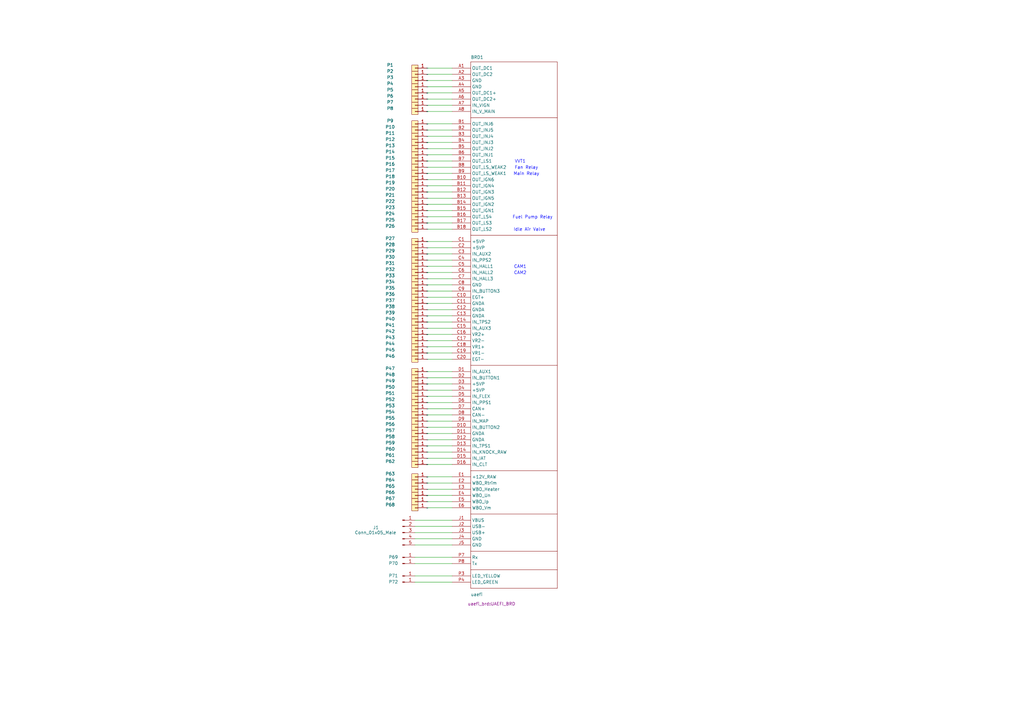
<source format=kicad_sch>
(kicad_sch (version 20230121) (generator eeschema)
  (paper "A3")
  (title_block (title "VR MAX9924 module") (date "2023-07-25") (rev "0.1"))
  (lib_symbols
    (symbol "Connector:Conn_01x01_Pin" (pin_names (offset 1.016) hide)
      (property "Reference" "J" (at 0 2.54 0))
      (property "Value" "Conn_01x01_Pin" (at 0 -2.54 0))
      (symbol "Conn_01x01_Pin_1_1"
        (polyline (pts (xy 1.27 0) (xy 0.8636 0)) (stroke (width 0.1524)))
        (rectangle (start 0.8636 0.127) (end 0 -0.127) (stroke (width 0.1524)) (fill (type outline)))
        (pin passive line (at 5.08 0 180) (length 3.81) (name "Pin_1") (number "1"))
      )
    )
    (symbol "Connector:Conn_01x05_Male" (pin_names (offset 1.016) hide)
      (property "Reference" "J" (at 0 7.62 0))
      (property "Value" "Conn_01x05_Male" (at 0 -7.62 0))
      (symbol "Conn_01x05_Male_1_1"
        (polyline (pts (xy 1.27 -5.08) (xy 0.8636 -5.08)) (stroke (width 0.1524)))
        (polyline (pts (xy 1.27 -2.54) (xy 0.8636 -2.54)) (stroke (width 0.1524)))
        (polyline (pts (xy 1.27 0) (xy 0.8636 0)) (stroke (width 0.1524)))
        (polyline (pts (xy 1.27 2.54) (xy 0.8636 2.54)) (stroke (width 0.1524)))
        (polyline (pts (xy 1.27 5.08) (xy 0.8636 5.08)) (stroke (width 0.1524)))
        (rectangle (start 0.8636 -4.953) (end 0 -5.207) (stroke (width 0.1524)) (fill (type outline)))
        (rectangle (start 0.8636 -2.413) (end 0 -2.667) (stroke (width 0.1524)) (fill (type outline)))
        (rectangle (start 0.8636 0.127) (end 0 -0.127) (stroke (width 0.1524)) (fill (type outline)))
        (rectangle (start 0.8636 2.667) (end 0 2.413) (stroke (width 0.1524)) (fill (type outline)))
        (rectangle (start 0.8636 5.207) (end 0 4.953) (stroke (width 0.1524)) (fill (type outline)))
        (pin passive line (at 5.08 5.08 180) (length 3.81) (name "Pin_1") (number "1"))
        (pin passive line (at 5.08 2.54 180) (length 3.81) (name "Pin_2") (number "2"))
        (pin passive line (at 5.08 0 180) (length 3.81) (name "Pin_3") (number "3"))
        (pin passive line (at 5.08 -2.54 180) (length 3.81) (name "Pin_4") (number "4"))
        (pin passive line (at 5.08 -5.08 180) (length 3.81) (name "Pin_5") (number "5"))
      )
    )
    (symbol "JST_con:JST_RT-01T-1.0B"
      (property "Reference" "P?" (at 0 3.81 0))
      (property "LCSC" "C265321" (at 1.397 -3.556 0))
      (symbol "JST_RT-01T-1.0B_1_1"
        (polyline (pts (xy 3.81 0.127) (xy 4.953 0.127) (xy 4.953 -0.127) (xy 3.81 -0.127)))
        (rectangle (start 3.81 1.27) (end 6.35 -1.27) (fill (type color) (color 255 246 180 1)))
        (pin input line (at 0 0 0) (length 3.81) (name "") (number "1"))
      )
    )
    (symbol "uaefi_brd:UAEFI_BRD"
      (property "Reference" "BRD?" (at 0 5.08 0))
      (property "Value" "uaefi" (at -17.78 -220.98 0))
      (property "Footprint" "uaefi_brd:UAEFI_BRD" (at -10.16 -218.44 0))
      (symbol "UAEFI_BRD_0_1"
        (polyline (pts (xy 7.62 -205.74) (xy 43.18 -205.74)))
        (polyline (pts (xy 7.62 -198.12) (xy 43.18 -198.12)))
        (polyline (pts (xy 7.62 -182.88) (xy 43.18 -182.88)))
        (polyline (pts (xy 7.62 -165.1) (xy 43.18 -165.1)))
        (polyline (pts (xy 7.62 -121.92) (xy 43.18 -121.92)))
        (polyline (pts (xy 7.62 -68.58) (xy 43.18 -68.58)))
        (polyline (pts (xy 7.62 -20.32) (xy 43.18 -20.32)))
        (rectangle (start 7.62 2.54) (end 43.18 -213.36))
      )
      (symbol "UAEFI_BRD_1_0"
        (pin passive line (at 0 -106.68 0) (length 7.62) (name "IN_AUX3") (number "C15"))
        (pin passive line (at 0 -109.22 0) (length 7.62) (name "VR2+") (number "C16"))
        (pin passive line (at 0 -111.76 0) (length 7.62) (name "VR2-") (number "C17"))
        (pin passive line (at 0 -114.3 0) (length 7.62) (name "VR1+") (number "C18"))
        (pin passive line (at 0 -116.84 0) (length 7.62) (name "VR1-") (number "C19"))
        (pin passive line (at 0 -119.38 0) (length 7.62) (name "EGT-") (number "C20"))
        (pin passive line (at 0 -124.46 0) (length 7.62) (name "IN_AUX1") (number "D1"))
        (pin passive line (at 0 -147.32 0) (length 7.62) (name "IN_BUTTON2") (number "D10"))
        (pin passive line (at 0 -149.86 0) (length 7.62) (name "GNDA") (number "D11"))
        (pin passive line (at 0 -152.4 0) (length 7.62) (name "GNDA") (number "D12"))
        (pin passive line (at 0 -154.94 0) (length 7.62) (name "IN_TPS1") (number "D13"))
        (pin passive line (at 0 -157.48 0) (length 7.62) (name "IN_KNOCK_RAW") (number "D14"))
        (pin passive line (at 0 -160.02 0) (length 7.62) (name "IN_IAT") (number "D15"))
        (pin passive line (at 0 -162.56 0) (length 7.62) (name "IN_CLT") (number "D16"))
        (pin passive line (at 0 -127 0) (length 7.62) (name "IN_BUTTON1") (number "D2"))
        (pin passive line (at 0 -129.54 0) (length 7.62) (name "+5VP") (number "D3"))
        (pin passive line (at 0 -132.08 0) (length 7.62) (name "+5VP") (number "D4"))
        (pin passive line (at 0 -134.62 0) (length 7.62) (name "IN_FLEX") (number "D5"))
        (pin passive line (at 0 -137.16 0) (length 7.62) (name "IN_PPS1") (number "D6"))
        (pin passive line (at 0 -139.7 0) (length 7.62) (name "CAN+") (number "D7"))
        (pin passive line (at 0 -142.24 0) (length 7.62) (name "CAN-") (number "D8"))
        (pin passive line (at 0 -144.78 0) (length 7.62) (name "IN_MAP") (number "D9"))
        (pin passive line (at 0 -167.64 0) (length 7.62) (name "+12V_RAW") (number "E1"))
        (pin passive line (at 0 -170.18 0) (length 7.62) (name "WBO_Rtrim") (number "E2"))
        (pin passive line (at 0 -172.72 0) (length 7.62) (name "WBO_Heater") (number "E3"))
        (pin passive line (at 0 -175.26 0) (length 7.62) (name "WBO_Un") (number "E4"))
        (pin passive line (at 0 -177.8 0) (length 7.62) (name "WBO_Ip") (number "E5"))
        (pin passive line (at 0 -180.34 0) (length 7.62) (name "WBO_Vm") (number "E6"))
        (pin passive line (at 0 -185.42 0) (length 7.62) (name "VBUS") (number "J1"))
        (pin passive line (at 0 -187.96 0) (length 7.62) (name "USB-") (number "J2"))
        (pin passive line (at 0 -190.5 0) (length 7.62) (name "USB+") (number "J3"))
        (pin passive line (at 0 -193.04 0) (length 7.62) (name "GND") (number "J4"))
        (pin passive line (at 0 -195.58 0) (length 7.62) (name "GND") (number "J5"))
        (pin passive line (at 0 -208.28 0) (length 7.62) (name "LED_YELLOW") (number "P3"))
        (pin passive line (at 0 -210.82 0) (length 7.62) (name "LED_GREEN") (number "P4"))
        (pin passive line (at 0 -200.66 0) (length 7.62) (name "Rx") (number "P7"))
        (pin passive line (at 0 -203.2 0) (length 7.62) (name "Tx") (number "P8"))
      )
      (symbol "UAEFI_BRD_1_1"
        (text "CAM1" (at 27.94 -81.28 0) (effects (font (size 1.27 1.27))))
        (text "CAM2" (at 27.94 -83.82 0) (effects (font (size 1.27 1.27))))
        (text "Fan Relay" (at 30.48 -40.64 0) (effects (font (size 1.27 1.27))))
        (text "Fuel Pump Relay" (at 33.02 -60.96 0) (effects (font (size 1.27 1.27))))
        (text "Idle Air Valve" (at 31.75 -66.04 0) (effects (font (size 1.27 1.27))))
        (text "Main Relay" (at 30.48 -43.18 0) (effects (font (size 1.27 1.27))))
        (text "VVT1" (at 27.94 -38.1 0) (effects (font (size 1.27 1.27))))
        (pin passive line (at 0 0 0) (length 7.62) (name "OUT_DC1") (number "A1"))
        (pin passive line (at 0 -2.54 0) (length 7.62) (name "OUT_DC2") (number "A2"))
        (pin passive line (at 0 -5.08 0) (length 7.62) (name "GND") (number "A3"))
        (pin passive line (at 0 -7.62 0) (length 7.62) (name "GND") (number "A4"))
        (pin passive line (at 0 -10.16 0) (length 7.62) (name "OUT_DC1+") (number "A5"))
        (pin passive line (at 0 -12.7 0) (length 7.62) (name "OUT_DC2+") (number "A6"))
        (pin passive line (at 0 -15.24 0) (length 7.62) (name "IN_VIGN") (number "A7"))
        (pin passive line (at 0 -17.78 0) (length 7.62) (name "IN_V_MAIN") (number "A8"))
        (pin passive line (at 0 -22.86 0) (length 7.62) (name "OUT_INJ6") (number "B1"))
        (pin passive line (at 0 -45.72 0) (length 7.62) (name "OUT_IGN6") (number "B10"))
        (pin passive line (at 0 -48.26 0) (length 7.62) (name "OUT_IGN4") (number "B11"))
        (pin passive line (at 0 -50.8 0) (length 7.62) (name "OUT_IGN3") (number "B12"))
        (pin passive line (at 0 -53.34 0) (length 7.62) (name "OUT_IGN5") (number "B13"))
        (pin passive line (at 0 -55.88 0) (length 7.62) (name "OUT_IGN2") (number "B14"))
        (pin passive line (at 0 -58.42 0) (length 7.62) (name "OUT_IGN1") (number "B15"))
        (pin passive line (at 0 -60.96 0) (length 7.62) (name "OUT_LS4") (number "B16"))
        (pin passive line (at 0 -63.5 0) (length 7.62) (name "OUT_LS3") (number "B17"))
        (pin passive line (at 0 -66.04 0) (length 7.62) (name "OUT_LS2") (number "B18"))
        (pin passive line (at 0 -25.4 0) (length 7.62) (name "OUT_INJ5") (number "B2"))
        (pin passive line (at 0 -27.94 0) (length 7.62) (name "OUT_INJ4") (number "B3"))
        (pin passive line (at 0 -30.48 0) (length 7.62) (name "OUT_INJ3") (number "B4"))
        (pin passive line (at 0 -33.02 0) (length 7.62) (name "OUT_INJ2") (number "B5"))
        (pin passive line (at 0 -35.56 0) (length 7.62) (name "OUT_INJ1") (number "B6"))
        (pin passive line (at 0 -38.1 0) (length 7.62) (name "OUT_LS1") (number "B7"))
        (pin passive line (at 0 -40.64 0) (length 7.62) (name "OUT_LS_WEAK2") (number "B8"))
        (pin passive line (at 0 -43.18 0) (length 7.62) (name "OUT_LS_WEAK1") (number "B9"))
        (pin passive line (at 0 -71.12 0) (length 7.62) (name "+5VP") (number "C1"))
        (pin passive line (at 0 -93.98 0) (length 7.62) (name "EGT+") (number "C10"))
        (pin passive line (at 0 -96.52 0) (length 7.62) (name "GNDA") (number "C11"))
        (pin passive line (at 0 -99.06 0) (length 7.62) (name "GNDA") (number "C12"))
        (pin passive line (at 0 -101.6 0) (length 7.62) (name "GNDA") (number "C13"))
        (pin passive line (at 0 -104.14 0) (length 7.62) (name "IN_TPS2") (number "C14"))
        (pin passive line (at 0 -73.66 0) (length 7.62) (name "+5VP") (number "C2"))
        (pin passive line (at 0 -76.2 0) (length 7.62) (name "IN_AUX2") (number "C3"))
        (pin passive line (at 0 -78.74 0) (length 7.62) (name "IN_PPS2") (number "C4"))
        (pin passive line (at 0 -81.28 0) (length 7.62) (name "IN_HALL1") (number "C5"))
        (pin passive line (at 0 -83.82 0) (length 7.62) (name "IN_HALL2") (number "C6"))
        (pin passive line (at 0 -86.36 0) (length 7.62) (name "IN_HALL3") (number "C7"))
        (pin passive line (at 0 -88.9 0) (length 7.62) (name "GND") (number "C8"))
        (pin passive line (at 0 -91.44 0) (length 7.62) (name "IN_BUTTON3") (number "C9"))
      )
    )
  )
  (wire (pts (xy 170.18 220.98) (xy 185.42 220.98)))
  (wire (pts (xy 175.26 88.9) (xy 185.42 88.9)))
  (wire (pts (xy 175.26 205.74) (xy 185.42 205.74)))
  (wire (pts (xy 175.26 114.3) (xy 185.42 114.3)))
  (wire (pts (xy 175.26 132.08) (xy 185.42 132.08)))
  (wire (pts (xy 175.26 137.16) (xy 185.42 137.16)))
  (wire (pts (xy 175.26 78.74) (xy 185.42 78.74)))
  (wire (pts (xy 175.26 154.94) (xy 185.42 154.94)))
  (wire (pts (xy 175.26 60.96) (xy 185.42 60.96)))
  (wire (pts (xy 175.26 190.5) (xy 185.42 190.5)))
  (wire (pts (xy 170.18 238.76) (xy 185.42 238.76)))
  (wire (pts (xy 175.26 134.62) (xy 185.42 134.62)))
  (wire (pts (xy 170.18 213.36) (xy 185.42 213.36)))
  (wire (pts (xy 175.26 127) (xy 185.42 127)))
  (wire (pts (xy 175.26 93.98) (xy 185.42 93.98)))
  (wire (pts (xy 175.26 208.28) (xy 185.42 208.28)))
  (wire (pts (xy 175.26 38.1) (xy 185.42 38.1)))
  (wire (pts (xy 175.26 200.66) (xy 185.42 200.66)))
  (wire (pts (xy 175.26 187.96) (xy 185.42 187.96)))
  (wire (pts (xy 175.26 177.8) (xy 185.42 177.8)))
  (wire (pts (xy 175.26 116.84) (xy 185.42 116.84)))
  (wire (pts (xy 175.26 198.12) (xy 185.42 198.12)))
  (wire (pts (xy 170.18 215.9) (xy 185.42 215.9)))
  (wire (pts (xy 175.26 203.2) (xy 185.42 203.2)))
  (wire (pts (xy 175.26 71.12) (xy 185.42 71.12)))
  (wire (pts (xy 175.26 172.72) (xy 185.42 172.72)))
  (wire (pts (xy 175.26 157.48) (xy 185.42 157.48)))
  (wire (pts (xy 175.26 33.02) (xy 185.42 33.02)))
  (wire (pts (xy 175.26 180.34) (xy 185.42 180.34)))
  (wire (pts (xy 175.26 129.54) (xy 185.42 129.54)))
  (wire (pts (xy 175.26 142.24) (xy 185.42 142.24)))
  (wire (pts (xy 175.26 124.46) (xy 185.42 124.46)))
  (wire (pts (xy 175.26 45.72) (xy 185.42 45.72)))
  (wire (pts (xy 175.26 63.5) (xy 185.42 63.5)))
  (wire (pts (xy 175.26 152.4) (xy 185.42 152.4)))
  (wire (pts (xy 175.26 104.14) (xy 185.42 104.14)))
  (wire (pts (xy 175.26 43.18) (xy 185.42 43.18)))
  (wire (pts (xy 175.26 195.58) (xy 185.42 195.58)))
  (wire (pts (xy 175.26 66.04) (xy 185.42 66.04)))
  (wire (pts (xy 170.18 228.6) (xy 185.42 228.6)))
  (wire (pts (xy 175.26 167.64) (xy 185.42 167.64)))
  (wire (pts (xy 175.26 111.76) (xy 185.42 111.76)))
  (wire (pts (xy 175.26 35.56) (xy 185.42 35.56)))
  (wire (pts (xy 175.26 73.66) (xy 185.42 73.66)))
  (wire (pts (xy 175.26 86.36) (xy 185.42 86.36)))
  (wire (pts (xy 175.26 185.42) (xy 185.42 185.42)))
  (wire (pts (xy 175.26 76.2) (xy 185.42 76.2)))
  (wire (pts (xy 175.26 139.7) (xy 185.42 139.7)))
  (wire (pts (xy 175.26 121.92) (xy 185.42 121.92)))
  (wire (pts (xy 175.26 55.88) (xy 185.42 55.88)))
  (wire (pts (xy 175.26 40.64) (xy 185.42 40.64)))
  (wire (pts (xy 175.26 58.42) (xy 185.42 58.42)))
  (wire (pts (xy 175.26 160.02) (xy 185.42 160.02)))
  (wire (pts (xy 175.26 144.78) (xy 185.42 144.78)))
  (wire (pts (xy 175.26 27.94) (xy 185.42 27.94)))
  (wire (pts (xy 175.26 68.58) (xy 185.42 68.58)))
  (wire (pts (xy 170.18 218.44) (xy 185.42 218.44)))
  (wire (pts (xy 175.26 170.18) (xy 185.42 170.18)))
  (wire (pts (xy 175.26 175.26) (xy 185.42 175.26)))
  (wire (pts (xy 175.26 99.06) (xy 185.42 99.06)))
  (wire (pts (xy 175.26 106.68) (xy 185.42 106.68)))
  (wire (pts (xy 170.18 223.52) (xy 185.42 223.52)))
  (wire (pts (xy 175.26 119.38) (xy 185.42 119.38)))
  (wire (pts (xy 175.26 147.32) (xy 185.42 147.32)))
  (wire (pts (xy 175.26 162.56) (xy 185.42 162.56)))
  (wire (pts (xy 175.26 101.6) (xy 185.42 101.6)))
  (wire (pts (xy 175.26 50.8) (xy 185.42 50.8)))
  (wire (pts (xy 175.26 182.88) (xy 185.42 182.88)))
  (wire (pts (xy 175.26 83.82) (xy 185.42 83.82)))
  (wire (pts (xy 170.18 236.22) (xy 185.42 236.22)))
  (wire (pts (xy 170.18 231.14) (xy 185.42 231.14)))
  (wire (pts (xy 175.26 81.28) (xy 185.42 81.28)))
  (wire (pts (xy 175.26 53.34) (xy 185.42 53.34)))
  (wire (pts (xy 175.26 109.22) (xy 185.42 109.22)))
  (wire (pts (xy 175.26 30.48) (xy 185.42 30.48)))
  (wire (pts (xy 175.26 165.1) (xy 185.42 165.1)))
  (wire (pts (xy 175.26 91.44) (xy 185.42 91.44)))
  (symbol (lib_id "JST_con:JST_RT-01T-1.0B") (at 175.26 93.98 180) (unit 1)
    (property "Reference" "P26" (at 160.02 92.71 0))
    (property "Value" "~" (at 175.26 93.98 0))
    (property "Footprint" "JST-con:JST RT-01T-1.0B" (effects hide))
    (property "Datasheet" "https://www.lcsc.com/product-detail/Connector-Accessories_JST-RT-01T-1-0B-LF_C265321.html" (effects hide))
    (property "LCSC" "C265321" (effects hide))
  )
  (symbol (lib_id "JST_con:JST_RT-01T-1.0B") (at 175.26 185.42 180) (unit 1)
    (property "Reference" "P60" (at 160.02 184.15 0))
    (property "Value" "~" (at 175.26 185.42 0))
    (property "Footprint" "JST-con:JST RT-01T-1.0B" (effects hide))
    (property "Datasheet" "https://www.lcsc.com/product-detail/Connector-Accessories_JST-RT-01T-1-0B-LF_C265321.html" (effects hide))
    (property "LCSC" "C265321" (effects hide))
  )
  (symbol (lib_id "JST_con:JST_RT-01T-1.0B") (at 175.26 152.4 180) (unit 1)
    (property "Reference" "P47" (at 160.02 151.13 0))
    (property "Value" "~" (at 175.26 152.4 0))
    (property "Footprint" "JST-con:JST RT-01T-1.0B" (effects hide))
    (property "Datasheet" "https://www.lcsc.com/product-detail/Connector-Accessories_JST-RT-01T-1-0B-LF_C265321.html" (effects hide))
    (property "LCSC" "C265321" (effects hide))
  )
  (symbol (lib_id "JST_con:JST_RT-01T-1.0B") (at 175.26 200.66 180) (unit 1)
    (property "Reference" "P65" (at 160.02 199.39 0))
    (property "Value" "~" (at 175.26 200.66 0))
    (property "Footprint" "JST-con:JST RT-01T-1.0B" (effects hide))
    (property "Datasheet" "https://www.lcsc.com/product-detail/Connector-Accessories_JST-RT-01T-1-0B-LF_C265321.html" (effects hide))
    (property "LCSC" "C265321" (effects hide))
  )
  (symbol (lib_id "JST_con:JST_RT-01T-1.0B") (at 175.26 30.48 180) (unit 1)
    (property "Reference" "P2" (at 160.02 29.21 0))
    (property "Value" "~" (at 175.26 30.48 0))
    (property "Footprint" "JST-con:JST RT-01T-1.0B" (effects hide))
    (property "Datasheet" "https://www.lcsc.com/product-detail/Connector-Accessories_JST-RT-01T-1-0B-LF_C265321.html" (effects hide))
    (property "LCSC" "C265321" (effects hide))
  )
  (symbol (lib_id "JST_con:JST_RT-01T-1.0B") (at 175.26 154.94 180) (unit 1)
    (property "Reference" "P48" (at 160.02 153.67 0))
    (property "Value" "~" (at 175.26 154.94 0))
    (property "Footprint" "JST-con:JST RT-01T-1.0B" (effects hide))
    (property "Datasheet" "https://www.lcsc.com/product-detail/Connector-Accessories_JST-RT-01T-1-0B-LF_C265321.html" (effects hide))
    (property "LCSC" "C265321" (effects hide))
  )
  (symbol (lib_id "Connector:Conn_01x05_Male") (at 165.1 218.44 0) (unit 1)
    (property "Reference" "J1" (at 155.3751 216.3777 0) (effects (justify right)))
    (property "Value" "Conn_01x05_Male" (at 162.56 218.44 0) (effects (justify right)))
    (property "Footprint" "Connector_Molex:Molex_SPOX_5267-05A_1x05_P2.50mm_Vertical" (effects hide))
  )
  (symbol (lib_id "JST_con:JST_RT-01T-1.0B") (at 175.26 205.74 180) (unit 1)
    (property "Reference" "P67" (at 160.02 204.47 0))
    (property "Value" "~" (at 175.26 205.74 0))
    (property "Footprint" "JST-con:JST RT-01T-1.0B" (effects hide))
    (property "Datasheet" "https://www.lcsc.com/product-detail/Connector-Accessories_JST-RT-01T-1-0B-LF_C265321.html" (effects hide))
    (property "LCSC" "C265321" (effects hide))
  )
  (symbol (lib_id "JST_con:JST_RT-01T-1.0B") (at 175.26 66.04 180) (unit 1)
    (property "Reference" "P15" (at 160.02 64.77 0))
    (property "Value" "~" (at 175.26 66.04 0))
    (property "Footprint" "JST-con:JST RT-01T-1.0B" (effects hide))
    (property "Datasheet" "https://www.lcsc.com/product-detail/Connector-Accessories_JST-RT-01T-1-0B-LF_C265321.html" (effects hide))
    (property "LCSC" "C265321" (effects hide))
  )
  (symbol (lib_id "JST_con:JST_RT-01T-1.0B") (at 175.26 91.44 180) (unit 1)
    (property "Reference" "P25" (at 160.02 90.17 0))
    (property "Value" "~" (at 175.26 91.44 0))
    (property "Footprint" "JST-con:JST RT-01T-1.0B" (effects hide))
    (property "Datasheet" "https://www.lcsc.com/product-detail/Connector-Accessories_JST-RT-01T-1-0B-LF_C265321.html" (effects hide))
    (property "LCSC" "C265321" (effects hide))
  )
  (symbol (lib_id "JST_con:JST_RT-01T-1.0B") (at 175.26 43.18 180) (unit 1)
    (property "Reference" "P7" (at 160.02 41.91 0))
    (property "Value" "~" (at 175.26 43.18 0))
    (property "Footprint" "JST-con:JST RT-01T-1.0B" (effects hide))
    (property "Datasheet" "https://www.lcsc.com/product-detail/Connector-Accessories_JST-RT-01T-1-0B-LF_C265321.html" (effects hide))
    (property "LCSC" "C265321" (effects hide))
  )
  (symbol (lib_id "JST_con:JST_RT-01T-1.0B") (at 175.26 40.64 180) (unit 1)
    (property "Reference" "P6" (at 160.02 39.37 0))
    (property "Value" "~" (at 175.26 40.64 0))
    (property "Footprint" "JST-con:JST RT-01T-1.0B" (effects hide))
    (property "Datasheet" "https://www.lcsc.com/product-detail/Connector-Accessories_JST-RT-01T-1-0B-LF_C265321.html" (effects hide))
    (property "LCSC" "C265321" (effects hide))
  )
  (symbol (lib_id "Connector:Conn_01x01_Pin") (at 165.1 228.6 0) (unit 1)
    (property "Reference" "P69" (at 161.3212 228.4974 0))
    (property "Value" "Conn_01x01_Pin" (effects hide))
    (property "Footprint" "Connector_Pin:Pin_D1.0mm_L10.0mm_LooseFit" (effects hide))
  )
  (symbol (lib_id "JST_con:JST_RT-01T-1.0B") (at 175.26 71.12 180) (unit 1)
    (property "Reference" "P17" (at 160.02 69.85 0))
    (property "Value" "~" (at 175.26 71.12 0))
    (property "Footprint" "JST-con:JST RT-01T-1.0B" (effects hide))
    (property "Datasheet" "https://www.lcsc.com/product-detail/Connector-Accessories_JST-RT-01T-1-0B-LF_C265321.html" (effects hide))
    (property "LCSC" "C265321" (effects hide))
  )
  (symbol (lib_id "JST_con:JST_RT-01T-1.0B") (at 175.26 78.74 180) (unit 1)
    (property "Reference" "P20" (at 160.02 77.47 0))
    (property "Value" "~" (at 175.26 78.74 0))
    (property "Footprint" "JST-con:JST RT-01T-1.0B" (effects hide))
    (property "Datasheet" "https://www.lcsc.com/product-detail/Connector-Accessories_JST-RT-01T-1-0B-LF_C265321.html" (effects hide))
    (property "LCSC" "C265321" (effects hide))
  )
  (symbol (lib_id "JST_con:JST_RT-01T-1.0B") (at 175.26 139.7 180) (unit 1)
    (property "Reference" "P43" (at 160.02 138.43 0))
    (property "Value" "~" (at 175.26 139.7 0))
    (property "Footprint" "JST-con:JST RT-01T-1.0B" (effects hide))
    (property "Datasheet" "https://www.lcsc.com/product-detail/Connector-Accessories_JST-RT-01T-1-0B-LF_C265321.html" (effects hide))
    (property "LCSC" "C265321" (effects hide))
  )
  (symbol (lib_id "JST_con:JST_RT-01T-1.0B") (at 175.26 137.16 180) (unit 1)
    (property "Reference" "P42" (at 160.02 135.89 0))
    (property "Value" "~" (at 175.26 137.16 0))
    (property "Footprint" "JST-con:JST RT-01T-1.0B" (effects hide))
    (property "Datasheet" "https://www.lcsc.com/product-detail/Connector-Accessories_JST-RT-01T-1-0B-LF_C265321.html" (effects hide))
    (property "LCSC" "C265321" (effects hide))
  )
  (symbol (lib_id "JST_con:JST_RT-01T-1.0B") (at 175.26 132.08 180) (unit 1)
    (property "Reference" "P40" (at 160.02 130.81 0))
    (property "Value" "~" (at 175.26 132.08 0))
    (property "Footprint" "JST-con:JST RT-01T-1.0B" (effects hide))
    (property "Datasheet" "https://www.lcsc.com/product-detail/Connector-Accessories_JST-RT-01T-1-0B-LF_C265321.html" (effects hide))
    (property "LCSC" "C265321" (effects hide))
  )
  (symbol (lib_id "JST_con:JST_RT-01T-1.0B") (at 175.26 50.8 180) (unit 1)
    (property "Reference" "P9" (at 160.02 49.53 0))
    (property "Value" "~" (at 175.26 50.8 0))
    (property "Footprint" "JST-con:JST RT-01T-1.0B" (effects hide))
    (property "Datasheet" "https://www.lcsc.com/product-detail/Connector-Accessories_JST-RT-01T-1-0B-LF_C265321.html" (effects hide))
    (property "LCSC" "C265321" (effects hide))
  )
  (symbol (lib_id "JST_con:JST_RT-01T-1.0B") (at 175.26 162.56 180) (unit 1)
    (property "Reference" "P51" (at 160.02 161.29 0))
    (property "Value" "~" (at 175.26 162.56 0))
    (property "Footprint" "JST-con:JST RT-01T-1.0B" (effects hide))
    (property "Datasheet" "https://www.lcsc.com/product-detail/Connector-Accessories_JST-RT-01T-1-0B-LF_C265321.html" (effects hide))
    (property "LCSC" "C265321" (effects hide))
  )
  (symbol (lib_id "JST_con:JST_RT-01T-1.0B") (at 175.26 182.88 180) (unit 1)
    (property "Reference" "P59" (at 160.02 181.61 0))
    (property "Value" "~" (at 175.26 182.88 0))
    (property "Footprint" "JST-con:JST RT-01T-1.0B" (effects hide))
    (property "Datasheet" "https://www.lcsc.com/product-detail/Connector-Accessories_JST-RT-01T-1-0B-LF_C265321.html" (effects hide))
    (property "LCSC" "C265321" (effects hide))
  )
  (symbol (lib_id "JST_con:JST_RT-01T-1.0B") (at 175.26 101.6 180) (unit 1)
    (property "Reference" "P28" (at 160.02 100.33 0))
    (property "Value" "~" (at 175.26 101.6 0))
    (property "Footprint" "JST-con:JST RT-01T-1.0B" (effects hide))
    (property "Datasheet" "https://www.lcsc.com/product-detail/Connector-Accessories_JST-RT-01T-1-0B-LF_C265321.html" (effects hide))
    (property "LCSC" "C265321" (effects hide))
  )
  (symbol (lib_id "JST_con:JST_RT-01T-1.0B") (at 175.26 58.42 180) (unit 1)
    (property "Reference" "P12" (at 160.02 57.15 0))
    (property "Value" "~" (at 175.26 58.42 0))
    (property "Footprint" "JST-con:JST RT-01T-1.0B" (effects hide))
    (property "Datasheet" "https://www.lcsc.com/product-detail/Connector-Accessories_JST-RT-01T-1-0B-LF_C265321.html" (effects hide))
    (property "LCSC" "C265321" (effects hide))
  )
  (symbol (lib_id "JST_con:JST_RT-01T-1.0B") (at 175.26 208.28 180) (unit 1)
    (property "Reference" "P68" (at 160.02 207.01 0))
    (property "Value" "~" (at 175.26 208.28 0))
    (property "Footprint" "JST-con:JST RT-01T-1.0B" (effects hide))
    (property "Datasheet" "https://www.lcsc.com/product-detail/Connector-Accessories_JST-RT-01T-1-0B-LF_C265321.html" (effects hide))
    (property "LCSC" "C265321" (effects hide))
  )
  (symbol (lib_id "JST_con:JST_RT-01T-1.0B") (at 175.26 99.06 180) (unit 1)
    (property "Reference" "P27" (at 160.02 97.79 0))
    (property "Value" "~" (at 175.26 99.06 0))
    (property "Footprint" "JST-con:JST RT-01T-1.0B" (effects hide))
    (property "Datasheet" "https://www.lcsc.com/product-detail/Connector-Accessories_JST-RT-01T-1-0B-LF_C265321.html" (effects hide))
    (property "LCSC" "C265321" (effects hide))
  )
  (symbol (lib_id "JST_con:JST_RT-01T-1.0B") (at 175.26 127 180) (unit 1)
    (property "Reference" "P38" (at 160.02 125.73 0))
    (property "Value" "~" (at 175.26 127 0))
    (property "Footprint" "JST-con:JST RT-01T-1.0B" (effects hide))
    (property "Datasheet" "https://www.lcsc.com/product-detail/Connector-Accessories_JST-RT-01T-1-0B-LF_C265321.html" (effects hide))
    (property "LCSC" "C265321" (effects hide))
  )
  (symbol (lib_id "JST_con:JST_RT-01T-1.0B") (at 175.26 198.12 180) (unit 1)
    (property "Reference" "P64" (at 160.02 196.85 0))
    (property "Value" "~" (at 175.26 198.12 0))
    (property "Footprint" "JST-con:JST RT-01T-1.0B" (effects hide))
    (property "Datasheet" "https://www.lcsc.com/product-detail/Connector-Accessories_JST-RT-01T-1-0B-LF_C265321.html" (effects hide))
    (property "LCSC" "C265321" (effects hide))
  )
  (symbol (lib_id "JST_con:JST_RT-01T-1.0B") (at 175.26 35.56 180) (unit 1)
    (property "Reference" "P4" (at 160.02 34.29 0))
    (property "Value" "~" (at 175.26 35.56 0))
    (property "Footprint" "JST-con:JST RT-01T-1.0B" (effects hide))
    (property "Datasheet" "https://www.lcsc.com/product-detail/Connector-Accessories_JST-RT-01T-1-0B-LF_C265321.html" (effects hide))
    (property "LCSC" "C265321" (effects hide))
  )
  (symbol (lib_id "JST_con:JST_RT-01T-1.0B") (at 175.26 116.84 180) (unit 1)
    (property "Reference" "P34" (at 160.02 115.57 0))
    (property "Value" "~" (at 175.26 116.84 0))
    (property "Footprint" "JST-con:JST RT-01T-1.0B" (effects hide))
    (property "Datasheet" "https://www.lcsc.com/product-detail/Connector-Accessories_JST-RT-01T-1-0B-LF_C265321.html" (effects hide))
    (property "LCSC" "C265321" (effects hide))
  )
  (symbol (lib_id "JST_con:JST_RT-01T-1.0B") (at 175.26 114.3 180) (unit 1)
    (property "Reference" "P33" (at 160.02 113.03 0))
    (property "Value" "~" (at 175.26 114.3 0))
    (property "Footprint" "JST-con:JST RT-01T-1.0B" (effects hide))
    (property "Datasheet" "https://www.lcsc.com/product-detail/Connector-Accessories_JST-RT-01T-1-0B-LF_C265321.html" (effects hide))
    (property "LCSC" "C265321" (effects hide))
  )
  (symbol (lib_id "Connector:Conn_01x01_Pin") (at 165.1 231.14 0) (unit 1)
    (property "Reference" "P70" (at 161.3212 231.0374 0))
    (property "Value" "Conn_01x01_Pin" (effects hide))
    (property "Footprint" "Connector_Pin:Pin_D1.0mm_L10.0mm_LooseFit" (effects hide))
  )
  (symbol (lib_id "JST_con:JST_RT-01T-1.0B") (at 175.26 157.48 180) (unit 1)
    (property "Reference" "P49" (at 160.02 156.21 0))
    (property "Value" "~" (at 175.26 157.48 0))
    (property "Footprint" "JST-con:JST RT-01T-1.0B" (effects hide))
    (property "Datasheet" "https://www.lcsc.com/product-detail/Connector-Accessories_JST-RT-01T-1-0B-LF_C265321.html" (effects hide))
    (property "LCSC" "C265321" (effects hide))
  )
  (symbol (lib_id "JST_con:JST_RT-01T-1.0B") (at 175.26 180.34 180) (unit 1)
    (property "Reference" "P58" (at 160.02 179.07 0))
    (property "Value" "~" (at 175.26 180.34 0))
    (property "Footprint" "JST-con:JST RT-01T-1.0B" (effects hide))
    (property "Datasheet" "https://www.lcsc.com/product-detail/Connector-Accessories_JST-RT-01T-1-0B-LF_C265321.html" (effects hide))
    (property "LCSC" "C265321" (effects hide))
  )
  (symbol (lib_id "JST_con:JST_RT-01T-1.0B") (at 175.26 119.38 180) (unit 1)
    (property "Reference" "P35" (at 160.02 118.11 0))
    (property "Value" "~" (at 175.26 119.38 0))
    (property "Footprint" "JST-con:JST RT-01T-1.0B" (effects hide))
    (property "Datasheet" "https://www.lcsc.com/product-detail/Connector-Accessories_JST-RT-01T-1-0B-LF_C265321.html" (effects hide))
    (property "LCSC" "C265321" (effects hide))
  )
  (symbol (lib_id "JST_con:JST_RT-01T-1.0B") (at 175.26 27.94 180) (unit 1)
    (property "Reference" "P1" (at 160.02 26.67 0))
    (property "Value" "~" (at 175.26 27.94 0))
    (property "Footprint" "JST-con:JST RT-01T-1.0B" (effects hide))
    (property "Datasheet" "https://www.lcsc.com/product-detail/Connector-Accessories_JST-RT-01T-1-0B-LF_C265321.html" (effects hide))
    (property "LCSC" "C265321" (effects hide))
  )
  (symbol (lib_id "JST_con:JST_RT-01T-1.0B") (at 175.26 175.26 180) (unit 1)
    (property "Reference" "P56" (at 160.02 173.99 0))
    (property "Value" "~" (at 175.26 175.26 0))
    (property "Footprint" "JST-con:JST RT-01T-1.0B" (effects hide))
    (property "Datasheet" "https://www.lcsc.com/product-detail/Connector-Accessories_JST-RT-01T-1-0B-LF_C265321.html" (effects hide))
    (property "LCSC" "C265321" (effects hide))
  )
  (symbol (lib_id "JST_con:JST_RT-01T-1.0B") (at 175.26 111.76 180) (unit 1)
    (property "Reference" "P32" (at 160.02 110.49 0))
    (property "Value" "~" (at 175.26 111.76 0))
    (property "Footprint" "JST-con:JST RT-01T-1.0B" (effects hide))
    (property "Datasheet" "https://www.lcsc.com/product-detail/Connector-Accessories_JST-RT-01T-1-0B-LF_C265321.html" (effects hide))
    (property "LCSC" "C265321" (effects hide))
  )
  (symbol (lib_id "Connector:Conn_01x01_Pin") (at 165.1 236.22 0) (unit 1)
    (property "Reference" "P71" (at 161.3212 236.1174 0))
    (property "Value" "Conn_01x01_Pin" (effects hide))
    (property "Footprint" "Connector_Pin:Pin_D1.0mm_L10.0mm_LooseFit" (effects hide))
  )
  (symbol (lib_id "JST_con:JST_RT-01T-1.0B") (at 175.26 190.5 180) (unit 1)
    (property "Reference" "P62" (at 160.02 189.23 0))
    (property "Value" "~" (at 175.26 190.5 0))
    (property "Footprint" "JST-con:JST RT-01T-1.0B" (effects hide))
    (property "Datasheet" "https://www.lcsc.com/product-detail/Connector-Accessories_JST-RT-01T-1-0B-LF_C265321.html" (effects hide))
    (property "LCSC" "C265321" (effects hide))
  )
  (symbol (lib_id "JST_con:JST_RT-01T-1.0B") (at 175.26 106.68 180) (unit 1)
    (property "Reference" "P30" (at 160.02 105.41 0))
    (property "Value" "~" (at 175.26 106.68 0))
    (property "Footprint" "JST-con:JST RT-01T-1.0B" (effects hide))
    (property "Datasheet" "https://www.lcsc.com/product-detail/Connector-Accessories_JST-RT-01T-1-0B-LF_C265321.html" (effects hide))
    (property "LCSC" "C265321" (effects hide))
  )
  (symbol (lib_id "JST_con:JST_RT-01T-1.0B") (at 175.26 129.54 180) (unit 1)
    (property "Reference" "P39" (at 160.02 128.27 0))
    (property "Value" "~" (at 175.26 129.54 0))
    (property "Footprint" "JST-con:JST RT-01T-1.0B" (effects hide))
    (property "Datasheet" "https://www.lcsc.com/product-detail/Connector-Accessories_JST-RT-01T-1-0B-LF_C265321.html" (effects hide))
    (property "LCSC" "C265321" (effects hide))
  )
  (symbol (lib_id "JST_con:JST_RT-01T-1.0B") (at 175.26 60.96 180) (unit 1)
    (property "Reference" "P13" (at 160.02 59.69 0))
    (property "Value" "~" (at 175.26 60.96 0))
    (property "Footprint" "JST-con:JST RT-01T-1.0B" (effects hide))
    (property "Datasheet" "https://www.lcsc.com/product-detail/Connector-Accessories_JST-RT-01T-1-0B-LF_C265321.html" (effects hide))
    (property "LCSC" "C265321" (effects hide))
  )
  (symbol (lib_id "JST_con:JST_RT-01T-1.0B") (at 175.26 68.58 180) (unit 1)
    (property "Reference" "P16" (at 160.02 67.31 0))
    (property "Value" "~" (at 175.26 68.58 0))
    (property "Footprint" "JST-con:JST RT-01T-1.0B" (effects hide))
    (property "Datasheet" "https://www.lcsc.com/product-detail/Connector-Accessories_JST-RT-01T-1-0B-LF_C265321.html" (effects hide))
    (property "LCSC" "C265321" (effects hide))
  )
  (symbol (lib_id "JST_con:JST_RT-01T-1.0B") (at 175.26 147.32 180) (unit 1)
    (property "Reference" "P46" (at 160.02 146.05 0))
    (property "Value" "~" (at 175.26 147.32 0))
    (property "Footprint" "JST-con:JST RT-01T-1.0B" (effects hide))
    (property "Datasheet" "https://www.lcsc.com/product-detail/Connector-Accessories_JST-RT-01T-1-0B-LF_C265321.html" (effects hide))
    (property "LCSC" "C265321" (effects hide))
  )
  (symbol (lib_id "JST_con:JST_RT-01T-1.0B") (at 175.26 124.46 180) (unit 1)
    (property "Reference" "P37" (at 160.02 123.19 0))
    (property "Value" "~" (at 175.26 124.46 0))
    (property "Footprint" "JST-con:JST RT-01T-1.0B" (effects hide))
    (property "Datasheet" "https://www.lcsc.com/product-detail/Connector-Accessories_JST-RT-01T-1-0B-LF_C265321.html" (effects hide))
    (property "LCSC" "C265321" (effects hide))
  )
  (symbol (lib_id "JST_con:JST_RT-01T-1.0B") (at 175.26 55.88 180) (unit 1)
    (property "Reference" "P11" (at 160.02 54.61 0))
    (property "Value" "~" (at 175.26 55.88 0))
    (property "Footprint" "JST-con:JST RT-01T-1.0B" (effects hide))
    (property "Datasheet" "https://www.lcsc.com/product-detail/Connector-Accessories_JST-RT-01T-1-0B-LF_C265321.html" (effects hide))
    (property "LCSC" "C265321" (effects hide))
  )
  (symbol (lib_id "JST_con:JST_RT-01T-1.0B") (at 175.26 203.2 180) (unit 1)
    (property "Reference" "P66" (at 160.02 201.93 0))
    (property "Value" "~" (at 175.26 203.2 0))
    (property "Footprint" "JST-con:JST RT-01T-1.0B" (effects hide))
    (property "Datasheet" "https://www.lcsc.com/product-detail/Connector-Accessories_JST-RT-01T-1-0B-LF_C265321.html" (effects hide))
    (property "LCSC" "C265321" (effects hide))
  )
  (symbol (lib_id "JST_con:JST_RT-01T-1.0B") (at 175.26 45.72 180) (unit 1)
    (property "Reference" "P8" (at 160.02 44.45 0))
    (property "Value" "~" (at 175.26 45.72 0))
    (property "Footprint" "JST-con:JST RT-01T-1.0B" (effects hide))
    (property "Datasheet" "https://www.lcsc.com/product-detail/Connector-Accessories_JST-RT-01T-1-0B-LF_C265321.html" (effects hide))
    (property "LCSC" "C265321" (effects hide))
  )
  (symbol (lib_id "JST_con:JST_RT-01T-1.0B") (at 175.26 104.14 180) (unit 1)
    (property "Reference" "P29" (at 160.02 102.87 0))
    (property "Value" "~" (at 175.26 104.14 0))
    (property "Footprint" "JST-con:JST RT-01T-1.0B" (effects hide))
    (property "Datasheet" "https://www.lcsc.com/product-detail/Connector-Accessories_JST-RT-01T-1-0B-LF_C265321.html" (effects hide))
    (property "LCSC" "C265321" (effects hide))
  )
  (symbol (lib_id "JST_con:JST_RT-01T-1.0B") (at 175.26 134.62 180) (unit 1)
    (property "Reference" "P41" (at 160.02 133.35 0))
    (property "Value" "~" (at 175.26 134.62 0))
    (property "Footprint" "JST-con:JST RT-01T-1.0B" (effects hide))
    (property "Datasheet" "https://www.lcsc.com/product-detail/Connector-Accessories_JST-RT-01T-1-0B-LF_C265321.html" (effects hide))
    (property "LCSC" "C265321" (effects hide))
  )
  (symbol (lib_id "JST_con:JST_RT-01T-1.0B") (at 175.26 73.66 180) (unit 1)
    (property "Reference" "P18" (at 160.02 72.39 0))
    (property "Value" "~" (at 175.26 73.66 0))
    (property "Footprint" "JST-con:JST RT-01T-1.0B" (effects hide))
    (property "Datasheet" "https://www.lcsc.com/product-detail/Connector-Accessories_JST-RT-01T-1-0B-LF_C265321.html" (effects hide))
    (property "LCSC" "C265321" (effects hide))
  )
  (symbol (lib_id "JST_con:JST_RT-01T-1.0B") (at 175.26 142.24 180) (unit 1)
    (property "Reference" "P44" (at 160.02 140.97 0))
    (property "Value" "~" (at 175.26 142.24 0))
    (property "Footprint" "JST-con:JST RT-01T-1.0B" (effects hide))
    (property "Datasheet" "https://www.lcsc.com/product-detail/Connector-Accessories_JST-RT-01T-1-0B-LF_C265321.html" (effects hide))
    (property "LCSC" "C265321" (effects hide))
  )
  (symbol (lib_id "JST_con:JST_RT-01T-1.0B") (at 175.26 38.1 180) (unit 1)
    (property "Reference" "P5" (at 160.02 36.83 0))
    (property "Value" "~" (at 175.26 38.1 0))
    (property "Footprint" "JST-con:JST RT-01T-1.0B" (effects hide))
    (property "Datasheet" "https://www.lcsc.com/product-detail/Connector-Accessories_JST-RT-01T-1-0B-LF_C265321.html" (effects hide))
    (property "LCSC" "C265321" (effects hide))
  )
  (symbol (lib_id "Connector:Conn_01x01_Pin") (at 165.1 238.76 0) (unit 1)
    (property "Reference" "P72" (at 161.3212 238.6574 0))
    (property "Value" "Conn_01x01_Pin" (effects hide))
    (property "Footprint" "Connector_Pin:Pin_D1.0mm_L10.0mm_LooseFit" (effects hide))
  )
  (symbol (lib_id "JST_con:JST_RT-01T-1.0B") (at 175.26 83.82 180) (unit 1)
    (property "Reference" "P22" (at 160.02 82.55 0))
    (property "Value" "~" (at 175.26 83.82 0))
    (property "Footprint" "JST-con:JST RT-01T-1.0B" (effects hide))
    (property "Datasheet" "https://www.lcsc.com/product-detail/Connector-Accessories_JST-RT-01T-1-0B-LF_C265321.html" (effects hide))
    (property "LCSC" "C265321" (effects hide))
  )
  (symbol (lib_id "uaefi_brd:UAEFI_BRD") (at 185.42 27.94 0) (unit 1)
    (property "Reference" "BRD1" (at 193.04 23.495 0) (effects (justify left)))
    (property "Value" "uaefi" (at 193.04 243.84 0) (effects (justify left)))
    (property "Footprint" "uaefi_brd:UAEFI_BRD" (at 191.77 247.65 0) (effects (justify left)))
  )
  (symbol (lib_id "JST_con:JST_RT-01T-1.0B") (at 175.26 81.28 180) (unit 1)
    (property "Reference" "P21" (at 160.02 80.01 0))
    (property "Value" "~" (at 175.26 81.28 0))
    (property "Footprint" "JST-con:JST RT-01T-1.0B" (effects hide))
    (property "Datasheet" "https://www.lcsc.com/product-detail/Connector-Accessories_JST-RT-01T-1-0B-LF_C265321.html" (effects hide))
    (property "LCSC" "C265321" (effects hide))
  )
  (symbol (lib_id "JST_con:JST_RT-01T-1.0B") (at 175.26 33.02 180) (unit 1)
    (property "Reference" "P3" (at 160.02 31.75 0))
    (property "Value" "~" (at 175.26 33.02 0))
    (property "Footprint" "JST-con:JST RT-01T-1.0B" (effects hide))
    (property "Datasheet" "https://www.lcsc.com/product-detail/Connector-Accessories_JST-RT-01T-1-0B-LF_C265321.html" (effects hide))
    (property "LCSC" "C265321" (effects hide))
  )
  (symbol (lib_id "JST_con:JST_RT-01T-1.0B") (at 175.26 144.78 180) (unit 1)
    (property "Reference" "P45" (at 160.02 143.51 0))
    (property "Value" "~" (at 175.26 144.78 0))
    (property "Footprint" "JST-con:JST RT-01T-1.0B" (effects hide))
    (property "Datasheet" "https://www.lcsc.com/product-detail/Connector-Accessories_JST-RT-01T-1-0B-LF_C265321.html" (effects hide))
    (property "LCSC" "C265321" (effects hide))
  )
  (symbol (lib_id "JST_con:JST_RT-01T-1.0B") (at 175.26 63.5 180) (unit 1)
    (property "Reference" "P14" (at 160.02 62.23 0))
    (property "Value" "~" (at 175.26 63.5 0))
    (property "Footprint" "JST-con:JST RT-01T-1.0B" (effects hide))
    (property "Datasheet" "https://www.lcsc.com/product-detail/Connector-Accessories_JST-RT-01T-1-0B-LF_C265321.html" (effects hide))
    (property "LCSC" "C265321" (effects hide))
  )
  (symbol (lib_id "JST_con:JST_RT-01T-1.0B") (at 175.26 195.58 180) (unit 1)
    (property "Reference" "P63" (at 160.02 194.31 0))
    (property "Value" "~" (at 175.26 195.58 0))
    (property "Footprint" "JST-con:JST RT-01T-1.0B" (effects hide))
    (property "Datasheet" "https://www.lcsc.com/product-detail/Connector-Accessories_JST-RT-01T-1-0B-LF_C265321.html" (effects hide))
    (property "LCSC" "C265321" (effects hide))
  )
  (symbol (lib_id "JST_con:JST_RT-01T-1.0B") (at 175.26 187.96 180) (unit 1)
    (property "Reference" "P61" (at 160.02 186.69 0))
    (property "Value" "~" (at 175.26 187.96 0))
    (property "Footprint" "JST-con:JST RT-01T-1.0B" (effects hide))
    (property "Datasheet" "https://www.lcsc.com/product-detail/Connector-Accessories_JST-RT-01T-1-0B-LF_C265321.html" (effects hide))
    (property "LCSC" "C265321" (effects hide))
  )
  (symbol (lib_id "JST_con:JST_RT-01T-1.0B") (at 175.26 76.2 180) (unit 1)
    (property "Reference" "P19" (at 160.02 74.93 0))
    (property "Value" "~" (at 175.26 76.2 0))
    (property "Footprint" "JST-con:JST RT-01T-1.0B" (effects hide))
    (property "Datasheet" "https://www.lcsc.com/product-detail/Connector-Accessories_JST-RT-01T-1-0B-LF_C265321.html" (effects hide))
    (property "LCSC" "C265321" (effects hide))
  )
  (symbol (lib_id "JST_con:JST_RT-01T-1.0B") (at 175.26 88.9 180) (unit 1)
    (property "Reference" "P24" (at 160.02 87.63 0))
    (property "Value" "~" (at 175.26 88.9 0))
    (property "Footprint" "JST-con:JST RT-01T-1.0B" (effects hide))
    (property "Datasheet" "https://www.lcsc.com/product-detail/Connector-Accessories_JST-RT-01T-1-0B-LF_C265321.html" (effects hide))
    (property "LCSC" "C265321" (effects hide))
  )
  (symbol (lib_id "JST_con:JST_RT-01T-1.0B") (at 175.26 160.02 180) (unit 1)
    (property "Reference" "P50" (at 160.02 158.75 0))
    (property "Value" "~" (at 175.26 160.02 0))
    (property "Footprint" "JST-con:JST RT-01T-1.0B" (effects hide))
    (property "Datasheet" "https://www.lcsc.com/product-detail/Connector-Accessories_JST-RT-01T-1-0B-LF_C265321.html" (effects hide))
    (property "LCSC" "C265321" (effects hide))
  )
  (symbol (lib_id "JST_con:JST_RT-01T-1.0B") (at 175.26 177.8 180) (unit 1)
    (property "Reference" "P57" (at 160.02 176.53 0))
    (property "Value" "~" (at 175.26 177.8 0))
    (property "Footprint" "JST-con:JST RT-01T-1.0B" (effects hide))
    (property "Datasheet" "https://www.lcsc.com/product-detail/Connector-Accessories_JST-RT-01T-1-0B-LF_C265321.html" (effects hide))
    (property "LCSC" "C265321" (effects hide))
  )
  (symbol (lib_id "JST_con:JST_RT-01T-1.0B") (at 175.26 165.1 180) (unit 1)
    (property "Reference" "P52" (at 160.02 163.83 0))
    (property "Value" "~" (at 175.26 165.1 0))
    (property "Footprint" "JST-con:JST RT-01T-1.0B" (effects hide))
    (property "Datasheet" "https://www.lcsc.com/product-detail/Connector-Accessories_JST-RT-01T-1-0B-LF_C265321.html" (effects hide))
    (property "LCSC" "C265321" (effects hide))
  )
  (symbol (lib_id "JST_con:JST_RT-01T-1.0B") (at 175.26 167.64 180) (unit 1)
    (property "Reference" "P53" (at 160.02 166.37 0))
    (property "Value" "~" (at 175.26 167.64 0))
    (property "Footprint" "JST-con:JST RT-01T-1.0B" (effects hide))
    (property "Datasheet" "https://www.lcsc.com/product-detail/Connector-Accessories_JST-RT-01T-1-0B-LF_C265321.html" (effects hide))
    (property "LCSC" "C265321" (effects hide))
  )
  (symbol (lib_id "JST_con:JST_RT-01T-1.0B") (at 175.26 86.36 180) (unit 1)
    (property "Reference" "P23" (at 160.02 85.09 0))
    (property "Value" "~" (at 175.26 86.36 0))
    (property "Footprint" "JST-con:JST RT-01T-1.0B" (effects hide))
    (property "Datasheet" "https://www.lcsc.com/product-detail/Connector-Accessories_JST-RT-01T-1-0B-LF_C265321.html" (effects hide))
    (property "LCSC" "C265321" (effects hide))
  )
  (symbol (lib_id "JST_con:JST_RT-01T-1.0B") (at 175.26 172.72 180) (unit 1)
    (property "Reference" "P55" (at 160.02 171.45 0))
    (property "Value" "~" (at 175.26 172.72 0))
    (property "Footprint" "JST-con:JST RT-01T-1.0B" (effects hide))
    (property "Datasheet" "https://www.lcsc.com/product-detail/Connector-Accessories_JST-RT-01T-1-0B-LF_C265321.html" (effects hide))
    (property "LCSC" "C265321" (effects hide))
  )
  (symbol (lib_id "JST_con:JST_RT-01T-1.0B") (at 175.26 170.18 180) (unit 1)
    (property "Reference" "P54" (at 160.02 168.91 0))
    (property "Value" "~" (at 175.26 170.18 0))
    (property "Footprint" "JST-con:JST RT-01T-1.0B" (effects hide))
    (property "Datasheet" "https://www.lcsc.com/product-detail/Connector-Accessories_JST-RT-01T-1-0B-LF_C265321.html" (effects hide))
    (property "LCSC" "C265321" (effects hide))
  )
  (symbol (lib_id "JST_con:JST_RT-01T-1.0B") (at 175.26 121.92 180) (unit 1)
    (property "Reference" "P36" (at 160.02 120.65 0))
    (property "Value" "~" (at 175.26 121.92 0))
    (property "Footprint" "JST-con:JST RT-01T-1.0B" (effects hide))
    (property "Datasheet" "https://www.lcsc.com/product-detail/Connector-Accessories_JST-RT-01T-1-0B-LF_C265321.html" (effects hide))
    (property "LCSC" "C265321" (effects hide))
  )
  (symbol (lib_id "JST_con:JST_RT-01T-1.0B") (at 175.26 109.22 180) (unit 1)
    (property "Reference" "P31" (at 160.02 107.95 0))
    (property "Value" "~" (at 175.26 109.22 0))
    (property "Footprint" "JST-con:JST RT-01T-1.0B" (effects hide))
    (property "Datasheet" "https://www.lcsc.com/product-detail/Connector-Accessories_JST-RT-01T-1-0B-LF_C265321.html" (effects hide))
    (property "LCSC" "C265321" (effects hide))
  )
  (symbol (lib_id "JST_con:JST_RT-01T-1.0B") (at 175.26 53.34 180) (unit 1)
    (property "Reference" "P10" (at 160.02 52.07 0))
    (property "Value" "~" (at 175.26 53.34 0))
    (property "Footprint" "JST-con:JST RT-01T-1.0B" (effects hide))
    (property "Datasheet" "https://www.lcsc.com/product-detail/Connector-Accessories_JST-RT-01T-1-0B-LF_C265321.html" (effects hide))
    (property "LCSC" "C265321" (effects hide))
  )
)
</source>
